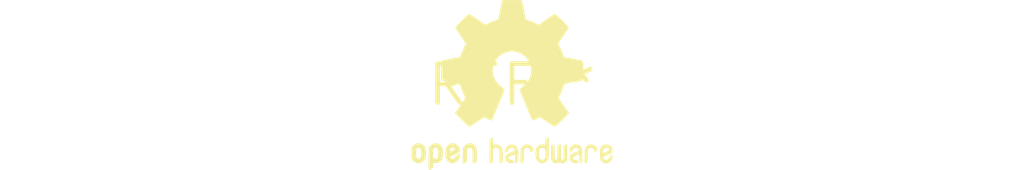
<source format=kicad_pcb>
(kicad_pcb (version 20240108) (generator pcbnew)
  (layers (0 "F.Cu" signal) (31 "B.Cu" signal) (34 "B.Paste" user) (35 "F.Paste" user) (36 "B.SilkS" user "B.Silkscreen") (37 "F.SilkS" user "F.Silkscreen") (38 "B.Mask" user) (39 "F.Mask" user) (44 "Edge.Cuts" user))
  (net 0 "")
  (footprint "OSHW-Logo2_7.3x6mm_SilkScreen" (layer "F.Cu") (at 0 0)
    (property "Reference" "REF**")
    (property "Value" "OSHW-Logo2_7.3x6mm_SilkScreen")
    (fp_poly (pts (xy 2.6526 1.958752) (xy 2.669948 1.966334) (xy 2.711356 1.999128) (xy 2.746765 2.046547) (xy 2.768664 2.097151) (xy 2.772229 2.122098) (xy 2.760279 2.156927) (xy 2.734067 2.175357) (xy 2.705964 2.186516) (xy 2.693095 2.188572) (xy 2.686829 2.173649) (xy 2.674456 2.141175) (xy 2.669028 2.126502) (xy 2.63859 2.075744) (xy 2.59452 2.050427) (xy 2.53801 2.051206) (xy 2.533825 2.052203) (xy 2.503655 2.066507) (xy 2.481476 2.094393) (xy 2.466327 2.139287) (xy 2.45725 2.204615) (xy 2.453286 2.293804) (xy 2.452914 2.341261) (xy 2.45273 2.416071) (xy 2.451522 2.467069) (xy 2.448309 2.499471) (xy 2.442109 2.518495) (xy 2.43194 2.529356) (xy 2.416819 2.537272) (xy 2.415946 2.53767) (xy 2.386828 2.549981) (xy 2.372403 2.554514) (xy 2.370186 2.540809) (xy 2.368289 2.502925) (xy 2.366847 2.445715) (xy 2.365998 2.374027) (xy 2.365829 2.321565) (xy 2.366692 2.220047) (xy 2.37007 2.143032) (xy 2.377142 2.086023) (xy 2.389088 2.044526) (xy 2.40709 2.014043) (xy 2.432327 1.99008) (xy 2.457247 1.973355) (xy 2.517171 1.951097) (xy 2.586911 1.946076) (xy 2.6526 1.958752)) (layer "F.SilkS") (stroke (width 0.01)) (fill solid))
    (fp_poly (pts (xy -1.283907 1.92778) (xy -1.237328 1.954723) (xy -1.204943 1.981466) (xy -1.181258 2.009484) (xy -1.164941 2.043748) (xy -1.154661 2.089227) (xy -1.149086 2.150892) (xy -1.146884 2.233711) (xy -1.146629 2.293246) (xy -1.146629 2.512391) (xy -1.208314 2.540044) (xy -1.27 2.567697) (xy -1.277257 2.32767) (xy -1.280256 2.238028) (xy -1.283402 2.172962) (xy -1.287299 2.128026) (xy -1.292553 2.09877) (xy -1.299769 2.080748) (xy -1.30955 2.069511) (xy -1.312688 2.067079) (xy -1.360239 2.048083) (xy -1.408303 2.0556) (xy -1.436914 2.075543) (xy -1.448553 2.089675) (xy -1.456609 2.10822) (xy -1.461729 2.136334) (xy -1.464559 2.179173) (xy -1.465744 2.241895) (xy -1.465943 2.307261) (xy -1.465982 2.389268) (xy -1.467386 2.447316) (xy -1.472086 2.486465) (xy -1.482013 2.51178) (xy -1.499097 2.528323) (xy -1.525268 2.541156) (xy -1.560225 2.554491) (xy -1.598404 2.569007) (xy -1.593859 2.311389) (xy -1.592029 2.218519) (xy -1.589888 2.149889) (xy -1.586819 2.100711) (xy -1.582206 2.066198) (xy -1.575432 2.041562) (xy -1.565881 2.022016) (xy -1.554366 2.00477) (xy -1.49881 1.94968) (xy -1.43102 1.917822) (xy -1.357287 1.910191) (xy -1.283907 1.92778)) (layer "F.SilkS") (stroke (width 0.01)) (fill solid))
    (fp_poly (pts (xy 0.529926 1.949755) (xy 0.595858 1.974084) (xy 0.649273 2.017117) (xy 0.670164 2.047409) (xy 0.692939 2.102994) (xy 0.692466 2.143186) (xy 0.668562 2.170217) (xy 0.659717 2.174813) (xy 0.62153 2.189144) (xy 0.602028 2.185472) (xy 0.595422 2.161407) (xy 0.595086 2.148114) (xy 0.582992 2.09921) (xy 0.551471 2.064999) (xy 0.507659 2.048476) (xy 0.458695 2.052634) (xy 0.418894 2.074227) (xy 0.40545 2.086544) (xy 0.395921 2.101487) (xy 0.389485 2.124075) (xy 0.385317 2.159328) (xy 0.382597 2.212266) (xy 0.380502 2.287907) (xy 0.37996 2.311857) (xy 0.377981 2.39379) (xy 0.375731 2.451455) (xy 0.372357 2.489608) (xy 0.367006 2.513004) (xy 0.358824 2.526398) (xy 0.346959 2.534545) (xy 0.339362 2.538144) (xy 0.307102 2.550452) (xy 0.288111 2.554514) (xy 0.281836 2.540948) (xy 0.278006 2.499934) (xy 0.2766 2.430999) (xy 0.277598 2.333669) (xy 0.277908 2.318657) (xy 0.280101 2.229859) (xy 0.282693 2.165019) (xy 0.286382 2.119067) (xy 0.291864 2.086935) (xy 0.299835 2.063553) (xy 0.310993 2.043852) (xy 0.31683 2.03541) (xy 0.350296 1.998057) (xy 0.387727 1.969003) (xy 0.392309 1.966467) (xy 0.459426 1.946443) (xy 0.529926 1.949755)) (layer "F.SilkS") (stroke (width 0.01)) (fill solid))
    (fp_poly (pts (xy -0.624114 1.851289) (xy -0.619861 1.910613) (xy -0.614975 1.945572) (xy -0.608205 1.96082) (xy -0.598298 1.961015) (xy -0.595086 1.959195) (xy -0.552356 1.946015) (xy -0.496773 1.946785) (xy -0.440263 1.960333) (xy -0.404918 1.977861) (xy -0.368679 2.005861) (xy -0.342187 2.037549) (xy -0.324001 2.077813) (xy -0.312678 2.131543) (xy -0.306778 2.203626) (xy -0.304857 2.298951) (xy -0.304823 2.317237) (xy -0.3048 2.522646) (xy -0.350509 2.53858) (xy -0.382973 2.54942) (xy -0.400785 2.554468) (xy -0.401309 2.554514) (xy -0.403063 2.540828) (xy -0.404556 2.503076) (xy -0.405674 2.446224) (xy -0.406303 2.375234) (xy -0.4064 2.332073) (xy -0.406602 2.246973) (xy -0.407642 2.185981) (xy -0.410169 2.144177) (xy -0.414836 2.116642) (xy -0.422293 2.098456) (xy -0.433189 2.084698) (xy -0.439993 2.078073) (xy -0.486728 2.051375) (xy -0.537728 2.049375) (xy -0.583999 2.071955) (xy -0.592556 2.080107) (xy -0.605107 2.095436) (xy -0.613812 2.113618) (xy -0.619369 2.139909) (xy -0.622474 2.179562) (xy -0.623824 2.237832) (xy -0.624114 2.318173) (xy -0.624114 2.522646) (xy -0.669823 2.53858) (xy -0.702287 2.54942) (xy -0.720099 2.554468) (xy -0.720623 2.554514) (xy -0.721963 2.540623) (xy -0.723172 2.501439) (xy -0.724199 2.4407) (xy -0.724998 2.362141) (xy -0.725519 2.269498) (xy -0.725714 2.166509) (xy -0.725714 1.769342) (xy -0.678543 1.749444) (xy -0.631371 1.729547) (xy -0.624114 1.851289)) (layer "F.SilkS") (stroke (width 0.01)) (fill solid))
    (fp_poly (pts (xy 1.779833 1.958663) (xy 1.782048 1.99685) (xy 1.783784 2.054886) (xy 1.784899 2.12818) (xy 1.785257 2.205055) (xy 1.785257 2.465196) (xy 1.739326 2.511127) (xy 1.707675 2.539429) (xy 1.67989 2.550893) (xy 1.641915 2.550168) (xy 1.62684 2.548321) (xy 1.579726 2.542948) (xy 1.540756 2.539869) (xy 1.531257 2.539585) (xy 1.499233 2.541445) (xy 1.453432 2.546114) (xy 1.435674 2.548321) (xy 1.392057 2.551735) (xy 1.362745 2.54432) (xy 1.33368 2.521427) (xy 1.323188 2.511127) (xy 1.277257 2.465196) (xy 1.277257 1.978602) (xy 1.314226 1.961758) (xy 1.346059 1.949282) (xy 1.364683 1.944914) (xy 1.369458 1.958718) (xy 1.373921 1.997286) (xy 1.377775 2.056356) (xy 1.380722 2.131663) (xy 1.382143 2.195286) (xy 1.386114 2.445657) (xy 1.420759 2.450556) (xy 1.452268 2.447131) (xy 1.467708 2.436041) (xy 1.472023 2.415308) (xy 1.475708 2.371145) (xy 1.478469 2.309146) (xy 1.480012 2.234909) (xy 1.480235 2.196706) (xy 1.480457 1.976783) (xy 1.526166 1.960849) (xy 1.558518 1.950015) (xy 1.576115 1.944962) (xy 1.576623 1.944914) (xy 1.578388 1.958648) (xy 1.580329 1.99673) (xy 1.582282 2.054482) (xy 1.584084 2.127227) (xy 1.585343 2.195286) (xy 1.589314 2.445657) (xy 1.6764 2.445657) (xy 1.680396 2.21724) (xy 1.684392 1.988822) (xy 1.726847 1.966868) (xy 1.758192 1.951793) (xy 1.776744 1.944951) (xy 1.777279 1.944914) (xy 1.779833 1.958663)) (layer "F.SilkS") (stroke (width 0.01)) (fill solid))
    (fp_poly (pts (xy -2.958885 1.921962) (xy -2.890855 1.957733) (xy -2.840649 2.015301) (xy -2.822815 2.052312) (xy -2.808937 2.107882) (xy -2.801833 2.178096) (xy -2.80116 2.254727) (xy -2.806573 2.329552) (xy -2.81773 2.394342) (xy -2.834286 2.440873) (xy -2.839374 2.448887) (xy -2.899645 2.508707) (xy -2.971231 2.544535) (xy -3.048908 2.55502) (xy -3.127452 2.53881) (xy -3.149311 2.529092) (xy -3.191878 2.499143) (xy -3.229237 2.459433) (xy -3.232768 2.454397) (xy -3.247119 2.430124) (xy -3.256606 2.404178) (xy -3.26221 2.370022) (xy -3.264914 2.321119) (xy -3.265701 2.250935) (xy -3.265714 2.2352) (xy -3.265678 2.230192) (xy -3.120571 2.230192) (xy -3.119727 2.29643) (xy -3.116404 2.340386) (xy -3.109417 2.368779) (xy -3.097584 2.388325) (xy -3.091543 2.394857) (xy -3.056814 2.41968) (xy -3.023097 2.418548) (xy -2.989005 2.397016) (xy -2.968671 2.374029) (xy -2.956629 2.340478) (xy -2.949866 2.287569) (xy -2.949402 2.281399) (xy -2.948248 2.185513) (xy -2.960312 2.114299) (xy -2.98543 2.068194) (xy -3.02344 2.047635) (xy -3.037008 2.046514) (xy -3.072636 2.052152) (xy -3.097006 2.071686) (xy -3.111907 2.109042) (xy -3.119125 2.16815) (xy -3.120571 2.230192) (xy -3.265678 2.230192) (xy -3.265174 2.160413) (xy -3.262904 2.108159) (xy -3.257932 2.071949) (xy -3.249287 2.045299) (xy -3.235995 2.021722) (xy -3.233057 2.017338) (xy -3.183687 1.958249) (xy -3.129891 1.923947) (xy -3.064398 1.910331) (xy -3.042158 1.909665) (xy -2.958885 1.921962)) (layer "F.SilkS") (stroke (width 0.01)) (fill solid))
    (fp_poly (pts (xy 3.153595 1.966966) (xy 3.211021 2.004497) (xy 3.238719 2.038096) (xy 3.260662 2.099064) (xy 3.262405 2.147308) (xy 3.258457 2.211816) (xy 3.109686 2.276934) (xy 3.037349 2.310202) (xy 2.990084 2.336964) (xy 2.965507 2.360144) (xy 2.961237 2.382667) (xy 2.974889 2.407455) (xy 2.989943 2.423886) (xy 3.033746 2.450235) (xy 3.081389 2.452081) (xy 3.125145 2.431546) (xy 3.157289 2.390752) (xy 3.163038 2.376347) (xy 3.190576 2.331356) (xy 3.222258 2.312182) (xy 3.265714 2.295779) (xy 3.265714 2.357966) (xy 3.261872 2.400283) (xy 3.246823 2.435969) (xy 3.21528 2.476943) (xy 3.210592 2.482267) (xy 3.175506 2.51872) (xy 3.145347 2.538283) (xy 3.107615 2.547283) (xy 3.076335 2.55023) (xy 3.020385 2.550965) (xy 2.980555 2.54166) (xy 2.955708 2.527846) (xy 2.916656 2.497467) (xy 2.889625 2.464613) (xy 2.872517 2.423294) (xy 2.863238 2.367521) (xy 2.859693 2.291305) (xy 2.85941 2.252622) (xy 2.860372 2.206247) (xy 2.948007 2.206247) (xy 2.949023 2.231126) (xy 2.951556 2.2352) (xy 2.968274 2.229665) (xy 3.004249 2.215017) (xy 3.052331 2.19419) (xy 3.062386 2.189714) (xy 3.123152 2.158814) (xy 3.156632 2.131657) (xy 3.16399 2.10622) (xy 3.146391 2.080481) (xy 3.131856 2.069109) (xy 3.07941 2.046364) (xy 3.030322 2.050122) (xy 2.989227 2.077884) (xy 2.960758 2.127152) (xy 2.951631 2.166257) (xy 2.948007 2.206247) (xy 2.860372 2.206247) (xy 2.861285 2.162249) (xy 2.868196 2.095384) (xy 2.881884 2.046695) (xy 2.904096 2.010849) (xy 2.936574 1.982513) (xy 2.950733 1.973355) (xy 3.015053 1.949507) (xy 3.085473 1.948006) (xy 3.153595 1.966966)) (layer "F.SilkS") (stroke (width 0.01)) (fill solid))
    (fp_poly (pts (xy 1.190117 2.065358) (xy 1.189933 2.173837) (xy 1.189219 2.257287) (xy 1.187675 2.319704) (xy 1.185001 2.365085) (xy 1.180894 2.397429) (xy 1.175055 2.420733) (xy 1.167182 2.438995) (xy 1.161221 2.449418) (xy 1.111855 2.505945) (xy 1.049264 2.541377) (xy 0.980013 2.55409) (xy 0.910668 2.542463) (xy 0.869375 2.521568) (xy 0.826025 2.485422) (xy 0.796481 2.441276) (xy 0.778655 2.383462) (xy 0.770463 2.306313) (xy 0.769302 2.249714) (xy 0.769458 2.245647) (xy 0.870857 2.245647) (xy 0.871476 2.31055) (xy 0.874314 2.353514) (xy 0.88084 2.381622) (xy 0.892523 2.401953) (xy 0.906483 2.417288) (xy 0.953365 2.44689) (xy 1.003701 2.449419) (xy 1.051276 2.424705) (xy 1.054979 2.421356) (xy 1.070783 2.403935) (xy 1.080693 2.383209) (xy 1.086058 2.352362) (xy 1.088228 2.304577) (xy 1.088571 2.251748) (xy 1.087827 2.185381) (xy 1.084748 2.141106) (xy 1.078061 2.112009) (xy 1.066496 2.091173) (xy 1.057013 2.080107) (xy 1.01296 2.052198) (xy 0.962224 2.048843) (xy 0.913796 2.070159) (xy 0.90445 2.078073) (xy 0.88854 2.095647) (xy 0.87861 2.116587) (xy 0.873278 2.147782) (xy 0.871163 2.196122) (xy 0.870857 2.245647) (xy 0.769458 2.245647) (xy 0.77281 2.158568) (xy 0.784726 2.090086) (xy 0.807135 2.0386) (xy 0.842124 1.998443) (xy 0.869375 1.977861) (xy 0.918907 1.955625) (xy 0.976316 1.945304) (xy 1.029682 1.948067) (xy 1.059543 1.959212) (xy 1.071261 1.962383) (xy 1.079037 1.950557) (xy 1.084465 1.918866) (xy 1.088571 1.870593) (xy 1.093067 1.816829) (xy 1.099313 1.784482) (xy 1.110676 1.765985) (xy 1.130528 1.75377) (xy 1.143 1.748362) (xy 1.190171 1.728601) (xy 1.190117 2.065358)) (layer "F.SilkS") (stroke (width 0.01)) (fill solid))
    (fp_poly (pts (xy -1.831697 1.931239) (xy -1.774473 1.969735) (xy -1.730251 2.025335) (xy -1.703833 2.096086) (xy -1.69849 2.148162) (xy -1.699097 2.169893) (xy -1.704178 2.186531) (xy -1.718145 2.201437) (xy -1.745411 2.217973) (xy -1.790388 2.239498) (xy -1.857489 2.269374) (xy -1.857829 2.269524) (xy -1.919593 2.297813) (xy -1.970241 2.322933) (xy -2.004596 2.342179) (xy -2.017482 2.352848) (xy -2.017486 2.352934) (xy -2.006128 2.376166) (xy -1.979569 2.401774) (xy -1.949077 2.420221) (xy -1.93363 2.423886) (xy -1.891485 2.411212) (xy -1.855192 2.379471) (xy -1.837483 2.344572) (xy -1.820448 2.318845) (xy -1.787078 2.289546) (xy -1.747851 2.264235) (xy -1.713244 2.250471) (xy -1.706007 2.249714) (xy -1.697861 2.26216) (xy -1.69737 2.293972) (xy -1.703357 2.336866) (xy -1.714643 2.382558) (xy -1.73005 2.422761) (xy -1.730829 2.424322) (xy -1.777196 2.489062) (xy -1.837289 2.533097) (xy -1.905535 2.554711) (xy -1.976362 2.552185) (xy -2.044196 2.523804) (xy -2.047212 2.521808) (xy -2.100573 2.473448) (xy -2.13566 2.410352) (xy -2.155078 2.327387) (xy -2.157684 2.304078) (xy -2.162299 2.194055) (xy -2.156767 2.142748) (xy -2.017486 2.142748) (xy -2.015676 2.174753) (xy -2.005778 2.184093) (xy -1.981102 2.177105) (xy -1.942205 2.160587) (xy -1.898725 2.139881) (xy -1.897644 2.139333) (xy -1.860791 2.119949) (xy -1.846 2.107013) (xy -1.849647 2.093451) (xy -1.865005 2.075632) (xy -1.904077 2.049845) (xy -1.946154 2.04795) (xy -1.983897 2.066717) (xy -2.009966 2.102915) (xy -2.017486 2.142748) (xy -2.156767 2.142748) (xy -2.152806 2.106027) (xy -2.12845 2.036212) (xy -2.094544 1.987302) (xy -2.033347 1.937878) (xy -1.965937 1.913359) (xy -1.89712 1.911797) (xy -1.831697 1.931239)) (layer "F.SilkS") (stroke (width 0.01)) (fill solid))
    (fp_poly (pts (xy 0.039744 1.950968) (xy 0.096616 1.972087) (xy 0.097267 1.972493) (xy 0.13244 1.99838) (xy 0.158407 2.028633) (xy 0.17667 2.068058) (xy 0.188732 2.121462) (xy 0.196096 2.193651) (xy 0.200264 2.289432) (xy 0.200629 2.303078) (xy 0.205876 2.508842) (xy 0.161716 2.531678) (xy 0.129763 2.54711) (xy 0.11047 2.554423) (xy 0.109578 2.554514) (xy 0.106239 2.541022) (xy 0.103587 2.504626) (xy 0.101956 2.451452) (xy 0.1016 2.408393) (xy 0.101592 2.338641) (xy 0.098403 2.294837) (xy 0.087288 2.273944) (xy 0.063501 2.272925) (xy 0.022296 2.288741) (xy -0.039914 2.317815) (xy -0.085659 2.341963) (xy -0.109187 2.362913) (xy -0.116104 2.385747) (xy -0.116114 2.386877) (xy -0.104701 2.426212) (xy -0.070908 2.447462) (xy -0.019191 2.450539) (xy 0.018061 2.450006) (xy 0.037703 2.460735) (xy 0.049952 2.486505) (xy 0.057002 2.519337) (xy 0.046842 2.537966) (xy 0.043017 2.540632) (xy 0.007001 2.55134) (xy -0.043434 2.552856) (xy -0.095374 2.545759) (xy -0.132178 2.532788) (xy -0.183062 2.489585) (xy -0.211986 2.429446) (xy -0.217714 2.382462) (xy -0.213343 2.340082) (xy -0.197525 2.305488) (xy -0.166203 2.274763) (xy -0.115322 2.24399) (xy -0.040824 2.209252) (xy -0.036286 2.207288) (xy 0.030821 2.176287) (xy 0.072232 2.150862) (xy 0.089981 2.128014) (xy 0.086107 2.104745) (xy 0.062643 2.078056) (xy 0.055627 2.071914) (xy 0.00863 2.0481) (xy -0.040067 2.049103) (xy -0.082478 2.072451) (xy -0.110616 2.115675) (xy -0.113231 2.12416) (xy -0.138692 2.165308) (xy -0.170999 2.185128) (xy -0.217714 2.20477) (xy -0.217714 2.15395) (xy -0.203504 2.080082) (xy -0.161325 2.012327) (xy -0.139376 1.989661) (xy -0.089483 1.960569) (xy -0.026033 1.9474) (xy 0.039744 1.950968)) (layer "F.SilkS") (stroke (width 0.01)) (fill solid))
    (fp_poly (pts (xy -2.400256 1.919918) (xy -2.344799 1.947568) (xy -2.295852 1.99848) (xy -2.282371 2.017338) (xy -2.267686 2.042015) (xy -2.258158 2.068816) (xy -2.252707 2.104587) (xy -2.250253 2.156169) (xy -2.249714 2.224267) (xy -2.252148 2.317588) (xy -2.260606 2.387657) (xy -2.276826 2.439931) (xy -2.302546 2.479869) (xy -2.339503 2.512929) (xy -2.342218 2.514886) (xy -2.37864 2.534908) (xy -2.422498 2.544815) (xy -2.478276 2.547257) (xy -2.568952 2.547257) (xy -2.56899 2.635283) (xy -2.569834 2.684308) (xy -2.574976 2.713065) (xy -2.588413 2.730311) (xy -2.614142 2.744808) (xy -2.620321 2.747769) (xy -2.649236 2.761648) (xy -2.671624 2.770414) (xy -2.688271 2.771171) (xy -2.699964 2.761023) (xy -2.70749 2.737073) (xy -2.711634 2.696426) (xy -2.713185 2.636186) (xy -2.712929 2.553455) (xy -2.711651 2.445339) (xy -2.711252 2.413) (xy -2.709815 2.301524) (xy -2.708528 2.228603) (xy -2.569029 2.228603) (xy -2.568245 2.290499) (xy -2.56476 2.330997) (xy -2.556876 2.357708) (xy -2.542895 2.378244) (xy -2.533403 2.38826) (xy -2.494596 2.417567) (xy -2.460237 2.419952) (xy -2.424784 2.39575) (xy -2.423886 2.394857) (xy -2.409461 2.376153) (xy -2.400687 2.350732) (xy -2.396261 2.311584) (xy -2.394882 2.251697) (xy -2.394857 2.23843) (xy -2.398188 2.155901) (xy -2.409031 2.098691) (xy -2.42866 2.063766) (xy -2.45835 2.048094) (xy -2.475509 2.046514) (xy -2.516234 2.053926) (xy -2.544168 2.07833) (xy -2.560983 2.12298) (xy -2.56835 2.19113) (xy -2.569029 2.228603) (xy -2.708528 2.228603) (xy -2.708292 2.215245) (xy -2.706323 2.150333) (xy -2.70355 2.102958) (xy -2.699612 2.06929) (xy -2.694151 2.045498) (xy -2.686808 2.027753) (xy -2.677223 2.012224) (xy -2.673113 2.006381) (xy -2.618595 1.951185) (xy -2.549664 1.91989) (xy -2.469928 1.911165) (xy -2.400256 1.919918)) (layer "F.SilkS") (stroke (width 0.01)) (fill solid))
    (fp_poly (pts (xy 2.144876 1.956335) (xy 2.186667 1.975344) (xy 2.219469 1.998378) (xy 2.243503 2.024133) (xy 2.260097 2.057358) (xy 2.270577 2.1028) (xy 2.276271 2.165207) (xy 2.278507 2.249327) (xy 2.278743 2.304721) (xy 2.278743 2.520826) (xy 2.241774 2.53767) (xy 2.212656 2.549981) (xy 2.198231 2.554514) (xy 2.195472 2.541025) (xy 2.193282 2.504653) (xy 2.191942 2.451542) (xy 2.191657 2.409372) (xy 2.190434 2.348447) (xy 2.187136 2.300115) (xy 2.182321 2.270518) (xy 2.178496 2.264229) (xy 2.152783 2.270652) (xy 2.112418 2.287125) (xy 2.065679 2.309458) (xy 2.020845 2.333457) (xy 1.986193 2.35493) (xy 1.970002 2.369685) (xy 1.969938 2.369845) (xy 1.97133 2.397152) (xy 1.983818 2.423219) (xy 2.005743 2.444392) (xy 2.037743 2.451474) (xy 2.065092 2.450649) (xy 2.103826 2.450042) (xy 2.124158 2.459116) (xy 2.136369 2.483092) (xy 2.137909 2.487613) (xy 2.143203 2.521806) (xy 2.129047 2.542568) (xy 2.092148 2.552462) (xy 2.052289 2.554292) (xy 1.980562 2.540727) (xy 1.943432 2.521355) (xy 1.897576 2.475845) (xy 1.873256 2.419983) (xy 1.871073 2.360957) (xy 1.891629 2.305953) (xy 1.922549 2.271486) (xy 1.95342 2.252189) (xy 2.001942 2.227759) (xy 2.058485 2.202985) (xy 2.06791 2.199199) (xy 2.130019 2.171791) (xy 2.165822 2.147634) (xy 2.177337 2.123619) (xy 2.16658 2.096635) (xy 2.148114 2.075543) (xy 2.104469 2.049572) (xy 2.056446 2.047624) (xy 2.012406 2.067637) (xy 1.980709 2.107551) (xy 1.976549 2.117848) (xy 1.952327 2.155724) (xy 1.916965 2.183842) (xy 1.872343 2.206917) (xy 1.872343 2.141485) (xy 1.874969 2.101506) (xy 1.88623 2.069997) (xy 1.911199 2.036378) (xy 1.935169 2.010484) (xy 1.972441 1.973817) (xy 2.001401 1.954121) (xy 2.032505 1.94622) (xy 2.067713 1.944914) (xy 2.144876 1.956335)) (layer "F.SilkS") (stroke (width 0.01)) (fill solid))
    (fp_poly (pts (xy 0.10391 -2.757652) (xy 0.182454 -2.757222) (xy 0.239298 -2.756058) (xy 0.278105 -2.753793) (xy 0.302538 -2.75006) (xy 0.316262 -2.744494) (xy 0.32294 -2.736727) (xy 0.326236 -2.726395) (xy 0.326556 -2.725057) (xy 0.331562 -2.700921) (xy 0.340829 -2.653299) (xy 0.353392 -2.587259) (xy 0.368287 -2.507872) (xy 0.384551 -2.420204) (xy 0.385119 -2.417125) (xy 0.40141 -2.331211) (xy 0.416652 -2.255304) (xy 0.429861 -2.193955) (xy 0.440054 -2.151718) (xy 0.446248 -2.133145) (xy 0.446543 -2.132816) (xy 0.464788 -2.123747) (xy 0.502405 -2.108633) (xy 0.551271 -2.090738) (xy 0.551543 -2.090642) (xy 0.613093 -2.067507) (xy 0.685657 -2.038035) (xy 0.754057 -2.008403) (xy 0.757294 -2.006938) (xy 0.868702 -1.956374) (xy 1.115399 -2.12484) (xy 1.191077 -2.176197) (xy 1.259631 -2.222111) (xy 1.317088 -2.25997) (xy 1.359476 -2.287163) (xy 1.382825 -2.301079) (xy 1.385042 -2.302111) (xy 1.40201 -2.297516) (xy 1.433701 -2.275345) (xy 1.481352 -2.234553) (xy 1.546198 -2.174095) (xy 1.612397 -2.109773) (xy 1.676214 -2.046388) (xy 1.733329 -1.988549) (xy 1.780305 -1.939825) (xy 1.813703 -1.90379) (xy 1.830085 -1.884016) (xy 1.830694 -1.882998) (xy 1.832505 -1.869428) (xy 1.825683 -1.847267) (xy 1.80854 -1.813522) (xy 1.779393 -1.7652) (xy 1.736555 -1.699308) (xy 1.679448 -1.614483) (xy 1.628766 -1.539823) (xy 1.583461 -1.47286) (xy 1.54615 -1.417484) (xy 1.519452 -1.37758) (xy 1.505985 -1.357038) (xy 1.505137 -1.355644) (xy 1.506781 -1.335962) (xy 1.519245 -1.297707) (xy 1.540048 -1.248111) (xy 1.547462 -1.232272) (xy 1.579814 -1.16171) (xy 1.614328 -1.081647) (xy 1.642365 -1.012371) (xy 1.662568 -0.960955) (xy 1.678615 -0.921881) (xy 1.687888 -0.901459) (xy 1.689041 -0.899886) (xy 1.706096 -0.897279) (xy 1.746298 -0.890137) (xy 1.804302 -0.879477) (xy 1.874763 -0.866315) (xy 1.952335 -0.851667) (xy 2.031672 -0.836551) (xy 2.107431 -0.821982) (xy 2.174264 -0.808978) (xy 2.226828 -0.798555) (xy 2.259776 -0.79173) (xy 2.267857 -0.789801) (xy 2.276205 -0.785038) (xy 2.282506 -0.774282) (xy 2.287045 -0.753902) (xy 2.290104 -0.720266) (xy 2.291967 -0.669745) (xy 2.292918 -0.598708) (xy 2.29324 -0.503524) (xy 2.293257 -0.464508) (xy 2.293257 -0.147201) (xy 2.217057 -0.132161) (xy 2.174663 -0.124005) (xy 2.1114 -0.112101) (xy 2.034962 -0.097884) (xy 1.953043 -0.08279) (xy 1.9304 -0.078645) (xy 1.854806 -0.063947) (xy 1.788953 -0.049495) (xy 1.738366 -0.036625) (xy 1.708574 -0.026678) (xy 1.703612 -0.023713) (xy 1.691426 -0.002717) (xy 1.673953 0.037967) (xy 1.654577 0.090322) (xy 1.650734 0.1016) (xy 1.625339 0.171523) (xy 1.593817 0.250418) (xy 1.562969 0.321266) (xy 1.562817 0.321595) (xy 1.511447 0.432733) (xy 1.680399 0.681253) (xy 1.849352 0.929772) (xy 1.632429 1.147058) (xy 1.566819 1.211726) (xy 1.506979 1.268733) (xy 1.456267 1.315033) (xy 1.418046 1.347584) (xy 1.395675 1.363343) (xy 1.392466 1.364343) (xy 1.373626 1.356469) (xy 1.33518 1.334578) (xy 1.28133 1.301267) (xy 1.216276 1.259131) (xy 1.14594 1.211943) (xy 1.074555 1.16381) (xy 1.010908 1.121928) (xy 0.959041 1.088871) (xy 0.922995 1.067218) (xy 0.906867 1.059543) (xy 0.887189 1.066037) (xy 0.849875 1.08315) (xy 0.802621 1.107326) (xy 0.797612 1.110013) (xy 0.733977 1.141927) (xy 0.690341 1.157579) (xy 0.663202 1.157745) (xy 0.649057 1.143204) (xy 0.648975 1.143) (xy 0.641905 1.125779) (xy 0.625042 1.084899) (xy 0.599695 1.023525) (xy 0.567171 0.944819) (xy 0.528778 0.851947) (xy 0.485822 0.748072) (xy 0.444222 0.647502) (xy 0.398504 0.536516) (xy 0.356526 0.433703) (xy 0.319548 0.342215) (xy 0.288827 0.265201) (xy 0.265622 0.205815) (xy 0.25119 0.167209) (xy 0.246743 0.1528) (xy 0.257896 0.136272) (xy 0.287069 0.10993) (xy 0.325971 0.080887) (xy 0.436757 -0.010961) (xy 0.523351 -0.116241) (xy 0.584716 -0.232734) (xy 0.619815 -0.358224) (xy 0.627608 -0.490493) (xy 0.621943 -0.551543) (xy 0.591078 -0.678205) (xy 0.53792 -0.790059) (xy 0.465767 -0.885999) (xy 0.377917 -0.964924) (xy 0.277665 -1.02573) (xy 0.16831 -1.067313) (xy 0.053147 -1.088572) (xy -0.064525 -1.088401) (xy -0.18141 -1.065699) (xy -0.294211 -1.019362) (xy -0.399631 -0.948287) (xy -0.443632 -0.908089) (xy -0.528021 -0.804871) (xy -0.586778 -0.692075) (xy -0.620296 -0.57299) (xy -0.628965 -0.450905) (xy -0.613177 -0.329107) (xy -0.573322 -0.210884) (xy -0.509793 -0.099525) (xy -0.422979 0.001684) (xy -0.325971 0.080887) (xy -0.285563 0.111162) (xy -0.257018 0.137219) (xy -0.246743 0.152825) (xy -0.252123 0.169843) (xy -0.267425 0.2105) (xy -0.291388 0.271642) (xy -0.322756 0.350119) (xy -0.360268 0.44278) (xy -0.402667 0.546472) (xy -0.444337 0.647526) (xy -0.49031 0.758607) (xy -0.532893 0.861541) (xy -0.570779 0.953165) (xy -0.60266 1.030316) (xy -0.627229 1.089831) (xy -0.64318 1.128544) (xy -0.64909 1.143) (xy -0.663052 1.157685) (xy -0.69006 1.157642) (xy -0.733587 1.142099) (xy -0.79711 1.110284) (xy -0.797612 1.110013) (xy -0.84544 1.085323) (xy -0.884103 1.067338) (xy -0.905905 1.059614) (xy -0.906867 1.059543) (xy -0.923279 1.067378) (xy -0.959513 1.089165) (xy -1.011526 1.122328) (xy -1.075275 1.164291) (xy -1.14594 1.211943) (xy -1.217884 1.260191) (xy -1.282726 1.302151) (xy -1.336265 1.335227) (xy -1.374303 1.356821) (xy -1.392467 1.364343) (xy -1.409192 1.354457) (xy -1.44282 1.326826) (xy -1.48999 1.284495) (xy -1.547342 1.230505) (xy -1.611516 1.167899) (xy -1.632503 1.146983) (xy -1.849501 0.929623) (xy -1.684332 0.68722) (xy -1.634136 0.612781) (xy -1.590081 0.545972) (xy -1.554638 0.490665) (xy -1.530281 0.450729) (xy -1.519478 0.430036) (xy -1.519162 0.428563) (xy -1.524857 0.409058) (xy -1.540174 0.369822) (xy -1.562463 0.31743) (xy -1.578107 0.282355) (xy -1.607359 0.215201) (xy -1.634906 0.147358) (xy -1.656263 0.090034) (xy -1.662065 0.072572) (xy -1.678548 0.025938) (xy -1.69466 -0.010095) (xy -1.70351 -0.023713) (xy -1.72304 -0.032048) (xy -1.765666 -0.043863) (xy -1.825855 -0.057819) (xy -1.898078 -0.072578) (xy -1.9304 -0.078645) (xy -2.012478 -0.093727) (xy -2.091205 -0.108331) (xy -2.158891 -0.12102) (xy -2.20784 -0.130358) (xy -2.217057 -0.132161) (xy -2.293257 -0.147201) (xy -2.293257 -0.464508) (xy -2.293086 -0.568846) (xy -2.292384 -0.647787) (xy -2.290866 -0.704962) (xy -2.288251 -0.744001) (xy -2.284254 -0.768535) (xy -2.278591 -0.782195) (xy -2.27098 -0.788611) (xy -2.267857 -0.789801) (xy -2.249022 -0.79402) (xy -2.207412 -0.802438) (xy -2.14837 -0.814039) (xy -2.077243 -0.827805) (xy -1.999375 -0.84272) (xy -1.920113 -0.857768) (xy -1.844802 -0.871931) (xy -1.778787 -0.884194) (xy -1.727413 -0.893539) (xy -1.696025 -0.89895) (xy -1.689041 -0.899886) (xy -1.682715 -0.912404) (xy -1.66871 -0.945754) (xy -1.649645 -0.993623) (xy -1.642366 -1.012371) (xy -1.613004 -1.084805) (xy -1.578429 -1.16483) (xy -1.547463 -1.232272) (xy -1.524677 -1.283841) (xy -1.509518 -1.326215) (xy -1.504458 -1.352166) (xy -1.505264 -1.355644) (xy -1.515959 -1.372064) (xy -1.54038 -1.408583) (xy -1.575905 -1.461313) (xy -1.619913 -1.526365) (xy -1.669783 -1.599849) (xy -1.679644 -1.614355) (xy -1.737508 -1.700296) (xy -1.780044 -1.765739) (xy -1.808946 -1.813696) (xy -1.82591 -1.84718) (xy -1.832633 -1.869205) (xy -1.83081 -1.882783) (xy -1.830764 -1.882869) (xy -1.816414 -1.900703) (xy -1.784677 -1.935183) (xy -1.73899 -1.982732) (xy -1.682796 -2.039778) (xy -1.619532 -2.102745) (xy -1.612398 -2.109773) (xy -1.53267 -2.18698) (xy -1.471143 -2.24367) (xy -1.426579 -2.28089) (xy -1.397743 -2.299685) (xy -1.385042 -2.302111) (xy -1.366506 -2.291529) (xy -1.328039 -2.267084) (xy -1.273614 -2.231388) (xy -1.207202 -2.187053) (xy -1.132775 -2.136689) (xy -1.115399 -2.12484) (xy -0.868703 -1.956374) (xy -0.757294 -2.006938) (xy -0.689543 -2.036405) (xy -0.616817 -2.066041) (xy -0.554297 -2.08967) (xy -0.551543 -2.090642) (xy -0.50264 -2.108543) (xy -0.464943 -2.12368) (xy -0.446575 -2.13279) (xy -0.446544 -2.132816) (xy -0.440715 -2.149283) (xy -0.430808 -2.189781) (xy -0.417805 -2.249758) (xy -0.402691 -2.32466) (xy -0.386448 -2.409936) (xy -0.385119 -2.417125) (xy -0.368825 -2.504986) (xy -0.353867 -2.58474) (xy -0.341209 -2.651319) (xy -0.331814 -2.699653) (xy -0.326646 -2.724675) (xy -0.326556 -2.725057) (xy -0.323411 -2.735701) (xy -0.317296 -2.743738) (xy -0.304547 -2.749533) (xy -0.2815 -2.753453) (xy -0.244491 -2.755865) (xy -0.189856 -2.757135) (xy -0.113933 -2.757629) (xy -0.013056 -2.757714) (xy 0 -2.757714) (xy 0.10391 -2.757652)) (layer "F.SilkS") (stroke (width 0.01)) (fill solid))
  )
)
</source>
